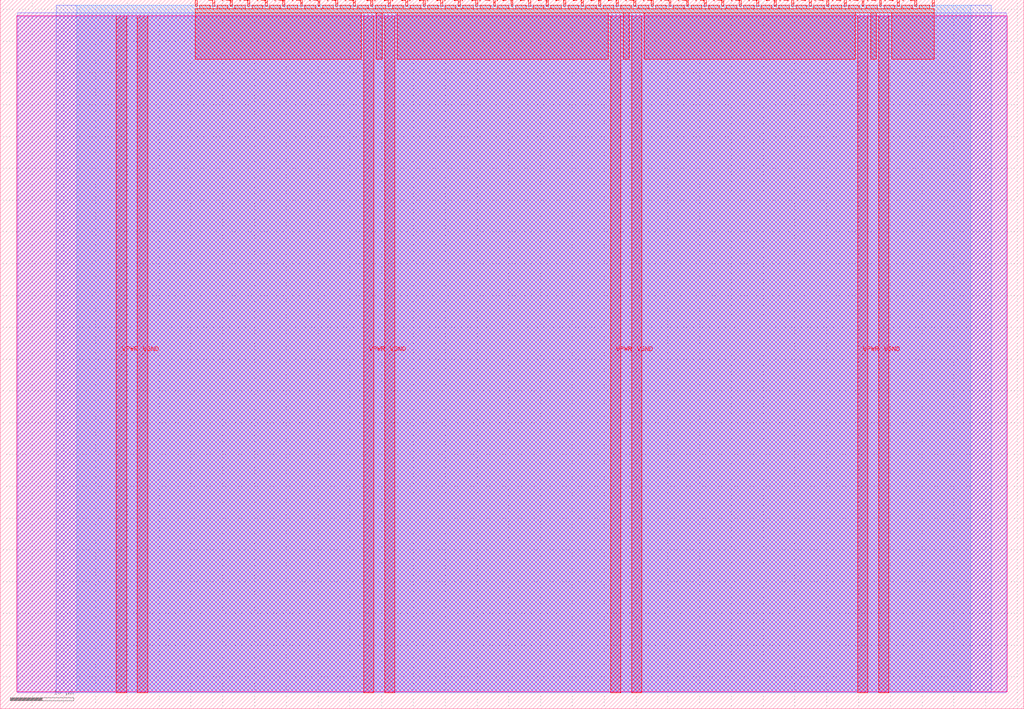
<source format=lef>
VERSION 5.7 ;
  NOWIREEXTENSIONATPIN ON ;
  DIVIDERCHAR "/" ;
  BUSBITCHARS "[]" ;
MACRO tt_um_pantelis300_nco
  CLASS BLOCK ;
  FOREIGN tt_um_pantelis300_nco ;
  ORIGIN 0.000 0.000 ;
  SIZE 161.000 BY 111.520 ;
  PIN VGND
    DIRECTION INOUT ;
    USE GROUND ;
    PORT
      LAYER met4 ;
        RECT 21.580 2.480 23.180 109.040 ;
    END
    PORT
      LAYER met4 ;
        RECT 60.450 2.480 62.050 109.040 ;
    END
    PORT
      LAYER met4 ;
        RECT 99.320 2.480 100.920 109.040 ;
    END
    PORT
      LAYER met4 ;
        RECT 138.190 2.480 139.790 109.040 ;
    END
  END VGND
  PIN VPWR
    DIRECTION INOUT ;
    USE POWER ;
    PORT
      LAYER met4 ;
        RECT 18.280 2.480 19.880 109.040 ;
    END
    PORT
      LAYER met4 ;
        RECT 57.150 2.480 58.750 109.040 ;
    END
    PORT
      LAYER met4 ;
        RECT 96.020 2.480 97.620 109.040 ;
    END
    PORT
      LAYER met4 ;
        RECT 134.890 2.480 136.490 109.040 ;
    END
  END VPWR
  PIN clk
    DIRECTION INPUT ;
    USE SIGNAL ;
    ANTENNAGATEAREA 0.852000 ;
    PORT
      LAYER met4 ;
        RECT 143.830 110.520 144.130 111.520 ;
    END
  END clk
  PIN ena
    DIRECTION INPUT ;
    USE SIGNAL ;
    ANTENNAGATEAREA 0.196500 ;
    PORT
      LAYER met4 ;
        RECT 146.590 110.520 146.890 111.520 ;
    END
  END ena
  PIN rst_n
    DIRECTION INPUT ;
    USE SIGNAL ;
    ANTENNAGATEAREA 0.196500 ;
    PORT
      LAYER met4 ;
        RECT 141.070 110.520 141.370 111.520 ;
    END
  END rst_n
  PIN ui_in[0]
    DIRECTION INPUT ;
    USE SIGNAL ;
    ANTENNAGATEAREA 0.196500 ;
    PORT
      LAYER met4 ;
        RECT 138.310 110.520 138.610 111.520 ;
    END
  END ui_in[0]
  PIN ui_in[1]
    DIRECTION INPUT ;
    USE SIGNAL ;
    ANTENNAGATEAREA 0.196500 ;
    PORT
      LAYER met4 ;
        RECT 135.550 110.520 135.850 111.520 ;
    END
  END ui_in[1]
  PIN ui_in[2]
    DIRECTION INPUT ;
    USE SIGNAL ;
    ANTENNAGATEAREA 0.196500 ;
    PORT
      LAYER met4 ;
        RECT 132.790 110.520 133.090 111.520 ;
    END
  END ui_in[2]
  PIN ui_in[3]
    DIRECTION INPUT ;
    USE SIGNAL ;
    ANTENNAGATEAREA 0.196500 ;
    PORT
      LAYER met4 ;
        RECT 130.030 110.520 130.330 111.520 ;
    END
  END ui_in[3]
  PIN ui_in[4]
    DIRECTION INPUT ;
    USE SIGNAL ;
    ANTENNAGATEAREA 0.196500 ;
    PORT
      LAYER met4 ;
        RECT 127.270 110.520 127.570 111.520 ;
    END
  END ui_in[4]
  PIN ui_in[5]
    DIRECTION INPUT ;
    USE SIGNAL ;
    ANTENNAGATEAREA 0.196500 ;
    PORT
      LAYER met4 ;
        RECT 124.510 110.520 124.810 111.520 ;
    END
  END ui_in[5]
  PIN ui_in[6]
    DIRECTION INPUT ;
    USE SIGNAL ;
    ANTENNAGATEAREA 0.196500 ;
    PORT
      LAYER met4 ;
        RECT 121.750 110.520 122.050 111.520 ;
    END
  END ui_in[6]
  PIN ui_in[7]
    DIRECTION INPUT ;
    USE SIGNAL ;
    ANTENNAGATEAREA 0.196500 ;
    PORT
      LAYER met4 ;
        RECT 118.990 110.520 119.290 111.520 ;
    END
  END ui_in[7]
  PIN uio_in[0]
    DIRECTION INPUT ;
    USE SIGNAL ;
    PORT
      LAYER met4 ;
        RECT 116.230 110.520 116.530 111.520 ;
    END
  END uio_in[0]
  PIN uio_in[1]
    DIRECTION INPUT ;
    USE SIGNAL ;
    PORT
      LAYER met4 ;
        RECT 113.470 110.520 113.770 111.520 ;
    END
  END uio_in[1]
  PIN uio_in[2]
    DIRECTION INPUT ;
    USE SIGNAL ;
    PORT
      LAYER met4 ;
        RECT 110.710 110.520 111.010 111.520 ;
    END
  END uio_in[2]
  PIN uio_in[3]
    DIRECTION INPUT ;
    USE SIGNAL ;
    PORT
      LAYER met4 ;
        RECT 107.950 110.520 108.250 111.520 ;
    END
  END uio_in[3]
  PIN uio_in[4]
    DIRECTION INPUT ;
    USE SIGNAL ;
    PORT
      LAYER met4 ;
        RECT 105.190 110.520 105.490 111.520 ;
    END
  END uio_in[4]
  PIN uio_in[5]
    DIRECTION INPUT ;
    USE SIGNAL ;
    PORT
      LAYER met4 ;
        RECT 102.430 110.520 102.730 111.520 ;
    END
  END uio_in[5]
  PIN uio_in[6]
    DIRECTION INPUT ;
    USE SIGNAL ;
    PORT
      LAYER met4 ;
        RECT 99.670 110.520 99.970 111.520 ;
    END
  END uio_in[6]
  PIN uio_in[7]
    DIRECTION INPUT ;
    USE SIGNAL ;
    PORT
      LAYER met4 ;
        RECT 96.910 110.520 97.210 111.520 ;
    END
  END uio_in[7]
  PIN uio_oe[0]
    DIRECTION OUTPUT ;
    USE SIGNAL ;
    PORT
      LAYER met4 ;
        RECT 49.990 110.520 50.290 111.520 ;
    END
  END uio_oe[0]
  PIN uio_oe[1]
    DIRECTION OUTPUT ;
    USE SIGNAL ;
    PORT
      LAYER met4 ;
        RECT 47.230 110.520 47.530 111.520 ;
    END
  END uio_oe[1]
  PIN uio_oe[2]
    DIRECTION OUTPUT ;
    USE SIGNAL ;
    PORT
      LAYER met4 ;
        RECT 44.470 110.520 44.770 111.520 ;
    END
  END uio_oe[2]
  PIN uio_oe[3]
    DIRECTION OUTPUT ;
    USE SIGNAL ;
    PORT
      LAYER met4 ;
        RECT 41.710 110.520 42.010 111.520 ;
    END
  END uio_oe[3]
  PIN uio_oe[4]
    DIRECTION OUTPUT ;
    USE SIGNAL ;
    PORT
      LAYER met4 ;
        RECT 38.950 110.520 39.250 111.520 ;
    END
  END uio_oe[4]
  PIN uio_oe[5]
    DIRECTION OUTPUT ;
    USE SIGNAL ;
    PORT
      LAYER met4 ;
        RECT 36.190 110.520 36.490 111.520 ;
    END
  END uio_oe[5]
  PIN uio_oe[6]
    DIRECTION OUTPUT ;
    USE SIGNAL ;
    PORT
      LAYER met4 ;
        RECT 33.430 110.520 33.730 111.520 ;
    END
  END uio_oe[6]
  PIN uio_oe[7]
    DIRECTION OUTPUT ;
    USE SIGNAL ;
    PORT
      LAYER met4 ;
        RECT 30.670 110.520 30.970 111.520 ;
    END
  END uio_oe[7]
  PIN uio_out[0]
    DIRECTION OUTPUT ;
    USE SIGNAL ;
    PORT
      LAYER met4 ;
        RECT 72.070 110.520 72.370 111.520 ;
    END
  END uio_out[0]
  PIN uio_out[1]
    DIRECTION OUTPUT ;
    USE SIGNAL ;
    PORT
      LAYER met4 ;
        RECT 69.310 110.520 69.610 111.520 ;
    END
  END uio_out[1]
  PIN uio_out[2]
    DIRECTION OUTPUT ;
    USE SIGNAL ;
    PORT
      LAYER met4 ;
        RECT 66.550 110.520 66.850 111.520 ;
    END
  END uio_out[2]
  PIN uio_out[3]
    DIRECTION OUTPUT ;
    USE SIGNAL ;
    PORT
      LAYER met4 ;
        RECT 63.790 110.520 64.090 111.520 ;
    END
  END uio_out[3]
  PIN uio_out[4]
    DIRECTION OUTPUT ;
    USE SIGNAL ;
    PORT
      LAYER met4 ;
        RECT 61.030 110.520 61.330 111.520 ;
    END
  END uio_out[4]
  PIN uio_out[5]
    DIRECTION OUTPUT ;
    USE SIGNAL ;
    PORT
      LAYER met4 ;
        RECT 58.270 110.520 58.570 111.520 ;
    END
  END uio_out[5]
  PIN uio_out[6]
    DIRECTION OUTPUT ;
    USE SIGNAL ;
    PORT
      LAYER met4 ;
        RECT 55.510 110.520 55.810 111.520 ;
    END
  END uio_out[6]
  PIN uio_out[7]
    DIRECTION OUTPUT ;
    USE SIGNAL ;
    PORT
      LAYER met4 ;
        RECT 52.750 110.520 53.050 111.520 ;
    END
  END uio_out[7]
  PIN uo_out[0]
    DIRECTION OUTPUT ;
    USE SIGNAL ;
    ANTENNAGATEAREA 0.126000 ;
    ANTENNADIFFAREA 0.891000 ;
    PORT
      LAYER met4 ;
        RECT 94.150 110.520 94.450 111.520 ;
    END
  END uo_out[0]
  PIN uo_out[1]
    DIRECTION OUTPUT ;
    USE SIGNAL ;
    ANTENNAGATEAREA 0.126000 ;
    ANTENNADIFFAREA 0.891000 ;
    PORT
      LAYER met4 ;
        RECT 91.390 110.520 91.690 111.520 ;
    END
  END uo_out[1]
  PIN uo_out[2]
    DIRECTION OUTPUT ;
    USE SIGNAL ;
    ANTENNAGATEAREA 0.126000 ;
    ANTENNADIFFAREA 0.891000 ;
    PORT
      LAYER met4 ;
        RECT 88.630 110.520 88.930 111.520 ;
    END
  END uo_out[2]
  PIN uo_out[3]
    DIRECTION OUTPUT ;
    USE SIGNAL ;
    ANTENNAGATEAREA 0.126000 ;
    ANTENNADIFFAREA 0.891000 ;
    PORT
      LAYER met4 ;
        RECT 85.870 110.520 86.170 111.520 ;
    END
  END uo_out[3]
  PIN uo_out[4]
    DIRECTION OUTPUT ;
    USE SIGNAL ;
    ANTENNAGATEAREA 0.247500 ;
    ANTENNADIFFAREA 0.891000 ;
    PORT
      LAYER met4 ;
        RECT 83.110 110.520 83.410 111.520 ;
    END
  END uo_out[4]
  PIN uo_out[5]
    DIRECTION OUTPUT ;
    USE SIGNAL ;
    ANTENNAGATEAREA 0.247500 ;
    ANTENNADIFFAREA 0.891000 ;
    PORT
      LAYER met4 ;
        RECT 80.350 110.520 80.650 111.520 ;
    END
  END uo_out[5]
  PIN uo_out[6]
    DIRECTION OUTPUT ;
    USE SIGNAL ;
    ANTENNAGATEAREA 0.247500 ;
    ANTENNADIFFAREA 0.891000 ;
    PORT
      LAYER met4 ;
        RECT 77.590 110.520 77.890 111.520 ;
    END
  END uo_out[6]
  PIN uo_out[7]
    DIRECTION OUTPUT ;
    USE SIGNAL ;
    ANTENNAGATEAREA 0.126000 ;
    ANTENNADIFFAREA 0.891000 ;
    PORT
      LAYER met4 ;
        RECT 74.830 110.520 75.130 111.520 ;
    END
  END uo_out[7]
  OBS
      LAYER nwell ;
        RECT 2.570 2.635 158.430 108.990 ;
      LAYER li1 ;
        RECT 2.760 2.635 158.240 108.885 ;
      LAYER met1 ;
        RECT 2.760 2.480 158.240 109.440 ;
      LAYER met2 ;
        RECT 8.840 2.535 155.840 110.685 ;
      LAYER met3 ;
        RECT 12.025 2.555 152.655 110.665 ;
      LAYER met4 ;
        RECT 31.370 110.120 33.030 110.665 ;
        RECT 34.130 110.120 35.790 110.665 ;
        RECT 36.890 110.120 38.550 110.665 ;
        RECT 39.650 110.120 41.310 110.665 ;
        RECT 42.410 110.120 44.070 110.665 ;
        RECT 45.170 110.120 46.830 110.665 ;
        RECT 47.930 110.120 49.590 110.665 ;
        RECT 50.690 110.120 52.350 110.665 ;
        RECT 53.450 110.120 55.110 110.665 ;
        RECT 56.210 110.120 57.870 110.665 ;
        RECT 58.970 110.120 60.630 110.665 ;
        RECT 61.730 110.120 63.390 110.665 ;
        RECT 64.490 110.120 66.150 110.665 ;
        RECT 67.250 110.120 68.910 110.665 ;
        RECT 70.010 110.120 71.670 110.665 ;
        RECT 72.770 110.120 74.430 110.665 ;
        RECT 75.530 110.120 77.190 110.665 ;
        RECT 78.290 110.120 79.950 110.665 ;
        RECT 81.050 110.120 82.710 110.665 ;
        RECT 83.810 110.120 85.470 110.665 ;
        RECT 86.570 110.120 88.230 110.665 ;
        RECT 89.330 110.120 90.990 110.665 ;
        RECT 92.090 110.120 93.750 110.665 ;
        RECT 94.850 110.120 96.510 110.665 ;
        RECT 97.610 110.120 99.270 110.665 ;
        RECT 100.370 110.120 102.030 110.665 ;
        RECT 103.130 110.120 104.790 110.665 ;
        RECT 105.890 110.120 107.550 110.665 ;
        RECT 108.650 110.120 110.310 110.665 ;
        RECT 111.410 110.120 113.070 110.665 ;
        RECT 114.170 110.120 115.830 110.665 ;
        RECT 116.930 110.120 118.590 110.665 ;
        RECT 119.690 110.120 121.350 110.665 ;
        RECT 122.450 110.120 124.110 110.665 ;
        RECT 125.210 110.120 126.870 110.665 ;
        RECT 127.970 110.120 129.630 110.665 ;
        RECT 130.730 110.120 132.390 110.665 ;
        RECT 133.490 110.120 135.150 110.665 ;
        RECT 136.250 110.120 137.910 110.665 ;
        RECT 139.010 110.120 140.670 110.665 ;
        RECT 141.770 110.120 143.430 110.665 ;
        RECT 144.530 110.120 146.190 110.665 ;
        RECT 30.655 109.440 146.905 110.120 ;
        RECT 30.655 102.175 56.750 109.440 ;
        RECT 59.150 102.175 60.050 109.440 ;
        RECT 62.450 102.175 95.620 109.440 ;
        RECT 98.020 102.175 98.920 109.440 ;
        RECT 101.320 102.175 134.490 109.440 ;
        RECT 136.890 102.175 137.790 109.440 ;
        RECT 140.190 102.175 146.905 109.440 ;
  END
END tt_um_pantelis300_nco
END LIBRARY


</source>
